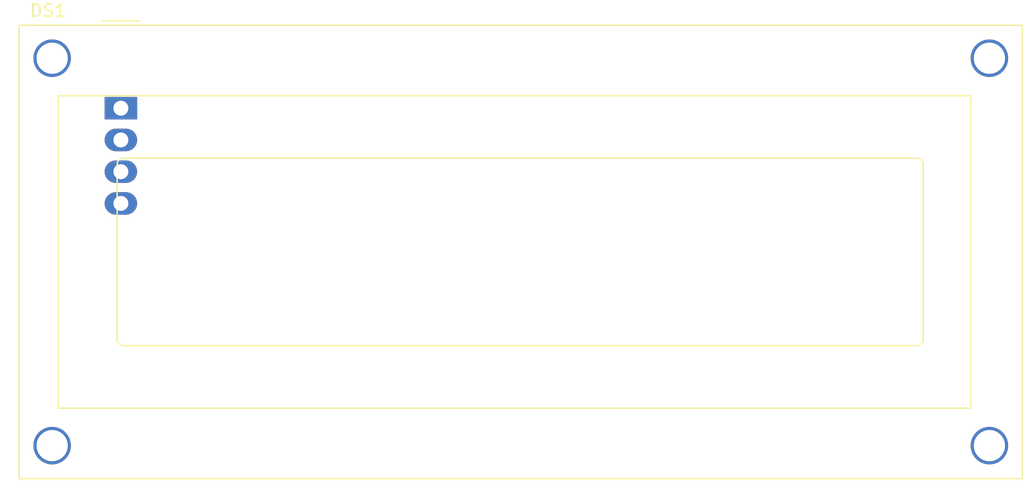
<source format=kicad_pcb>
(kicad_pcb (version 20240108) (generator "pcbnew") (generator_version "8.0")
  (layers (0 "F.Cu" signal) (31 "B.Cu" signal) (34 "B.Paste" user) (35 "F.Paste" user) (36 "B.SilkS" user "B.Silkscreen") (37 "F.SilkS" user "F.Silkscreen") (38 "B.Mask" user) (39 "F.Mask" user) (44 "Edge.Cuts" user))
  (net 0 "")
  (footprint "My-Library:WC1602A-I2C" (layer "F.Cu") (at 80.42552 55.9993)
    (property "Reference" "DS1" (at -5.82 -3.81 0) (layer "F.SilkS"))
    (property "Value" "WC1602A-I2C")
    (fp_line (start -8.14 -2.64) (end -8.14 33.64) (stroke (width 0.12)) (layer "F.SilkS"))
    (fp_line (start -8.14 33.64) (end 72.14 33.64) (stroke (width 0.12)) (layer "F.SilkS"))
    (fp_line (start -8.13 -2.64) (end -7.34 -2.64) (stroke (width 0.12)) (layer "F.SilkS"))
    (fp_line (start -5 3) (end 68 3) (stroke (width 0.12)) (layer "F.SilkS"))
    (fp_line (start -5 28) (end -5 3) (stroke (width 0.12)) (layer "F.SilkS"))
    (fp_line (start -1.5 -3) (end 1.5 -3) (stroke (width 0.12)) (layer "F.SilkS"))
    (fp_line (start -0.29972 22.49932) (end -0.29972 8.5) (stroke (width 0.12)) (layer "F.SilkS"))
    (fp_line (start 0.2 8) (end 63.7 8) (stroke (width 0.12)) (layer "F.SilkS"))
    (fp_line (start 63.70066 23) (end 0.2 23) (stroke (width 0.12)) (layer "F.SilkS"))
    (fp_line (start 64.2 8.5) (end 64.2 22.5) (stroke (width 0.12)) (layer "F.SilkS"))
    (fp_line (start 68 3) (end 68 28) (stroke (width 0.12)) (layer "F.SilkS"))
    (fp_line (start 68 28) (end -5 28) (stroke (width 0.12)) (layer "F.SilkS"))
    (fp_line (start 72.14 -2.64) (end -7.34 -2.64) (stroke (width 0.12)) (layer "F.SilkS"))
    (fp_line (start 72.14 33.64) (end 72.14 -2.64) (stroke (width 0.12)) (layer "F.SilkS"))
    (fp_arc (start -0.29972 8.49884) (mid -0.153162 8.145018) (end 0.20066 7.99846) (stroke (width 0.12)) (layer "F.SilkS"))
    (fp_arc (start 0.20066 22.9997) (mid -0.153162 22.853142) (end -0.29972 22.49932) (stroke (width 0.12)) (layer "F.SilkS"))
    (fp_arc (start 63.7 8) (mid 64.053553 8.146447) (end 64.2 8.5) (stroke (width 0.12)) (layer "F.SilkS"))
    (fp_arc (start 64.20104 22.49932) (mid 64.054473 22.853115) (end 63.70066 22.9997) (stroke (width 0.12)) (layer "F.SilkS"))
    (pad "" thru_hole circle (at -5.4991 0) (size 3 3) (drill 2.5) (layers "*.Cu" "*.Mask"))
    (pad "" thru_hole circle (at -5.4991 31.0007) (size 3 3) (drill 2.5) (layers "*.Cu" "*.Mask"))
    (pad "" thru_hole circle (at 69.49948 31.0007) (size 3 3) (drill 2.5) (layers "*.Cu" "*.Mask"))
    (pad "" thru_hole circle (at 69.5 0) (size 3 3) (drill 2.5) (layers "*.Cu" "*.Mask"))
    (pad "1" thru_hole rect (at 0 4 270) (size 1.8 2.6) (drill 1.2) (layers "*.Cu" "*.Mask"))
    (pad "2" thru_hole oval (at 0 6.54 270) (size 1.8 2.6) (drill 1.2) (layers "*.Cu" "*.Mask"))
    (pad "3" thru_hole oval (at 0 9.08 270) (size 1.8 2.6) (drill 1.2) (layers "*.Cu" "*.Mask"))
    (pad "4" thru_hole oval (at 0 11.62 270) (size 1.8 2.6) (drill 1.2) (layers "*.Cu" "*.Mask"))
  )
)
</source>
